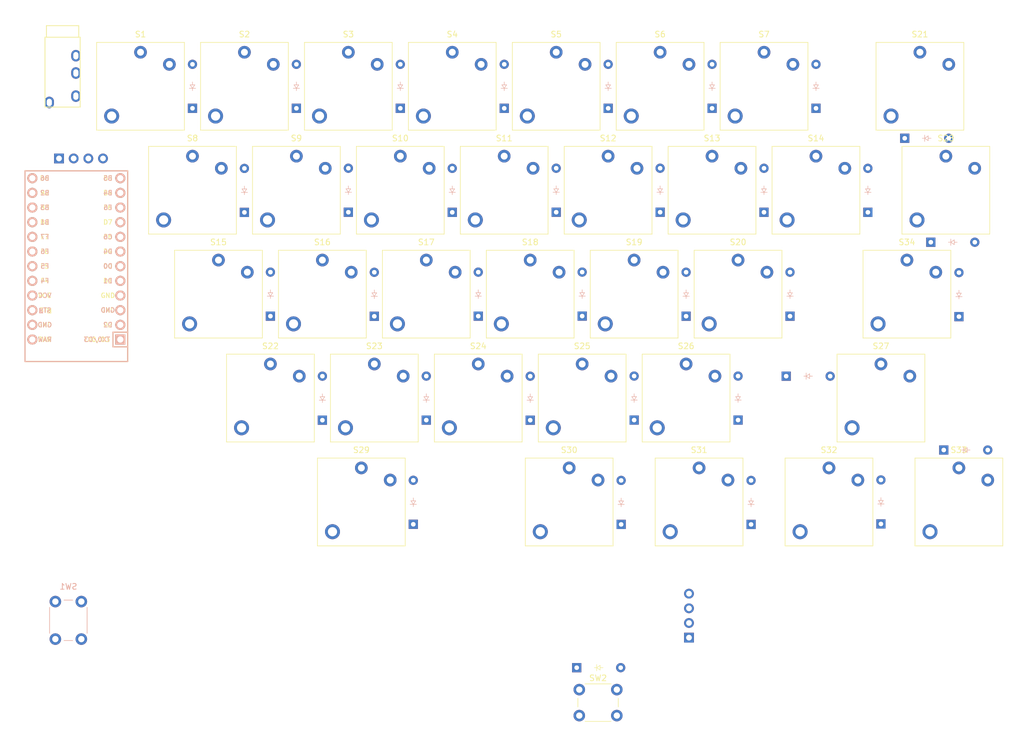
<source format=kicad_pcb>
(kicad_pcb (version 20241229) (generator "pcbnew") (generator_version "9.0")
  (layers (0 "F.Cu" signal) (2 "B.Cu" signal) (13 "F.Paste" user) (15 "B.Paste" user) (5 "F.SilkS" user "F.Silkscreen") (7 "B.SilkS" user "B.Silkscreen") (1 "F.Mask" user) (3 "B.Mask" user) (25 "Edge.Cuts" user))
  (net 0 "")
  (net 1 "Net-(D1-A)")
  (net 2 "Row 0")
  (net 3 "Net-(D2-A)")
  (net 4 "Net-(D3-A)")
  (net 5 "Net-(D4-A)")
  (net 6 "Net-(D5-A)")
  (net 7 "Net-(D6-A)")
  (net 8 "Net-(D7-A)")
  (net 9 "Row 1")
  (net 10 "Net-(D8-A)")
  (net 11 "Net-(D9-A)")
  (net 12 "Net-(D10-A)")
  (net 13 "Net-(D11-A)")
  (net 14 "Net-(D12-A)")
  (net 15 "Net-(D13-A)")
  (net 16 "Net-(D14-A)")
  (net 17 "Row 2")
  (net 18 "Net-(D15-A)")
  (net 19 "Net-(D16-A)")
  (net 20 "Net-(D17-A)")
  (net 21 "Net-(D18-A)")
  (net 22 "Net-(D19-A)")
  (net 23 "Net-(D20-A)")
  (net 24 "Net-(D21-A)")
  (net 25 "Net-(D22-A)")
  (net 26 "Row 3")
  (net 27 "Net-(D23-A)")
  (net 28 "Net-(D24-A)")
  (net 29 "Net-(D25-A)")
  (net 30 "Net-(D26-A)")
  (net 31 "Net-(D27-A)")
  (net 32 "Net-(D28-A)")
  (net 33 "Row 4")
  (net 34 "Net-(D29-A)")
  (net 35 "Net-(D30-A)")
  (net 36 "Net-(D31-A)")
  (net 37 "Net-(D32-A)")
  (net 38 "Net-(D33-A)")
  (net 39 "Net-(D34-A)")
  (net 40 "Column 0")
  (net 41 "Column 1")
  (net 42 "Column 2")
  (net 43 "Column 3")
  (net 44 "Column 4")
  (net 45 "Column 5")
  (net 46 "Column 6")
  (net 47 "Net-(J1-VCC)")
  (net 51 "Net-(J1-SCL)")
  (net 52 "Net-(J1-SDA)")
  (net 54 "Net-(J1-GND)")
  (net 55 "Net-(D35-A)")
  (net 57 "Net-(U1-RST)")
  (net 59 "Net-(SW1-Pad1)")
  (footprint "ScottoKeebs_Components:TRRS_PJ-320A" (layer "F.Cu") (at 55.6 32.9)
    (property "Reference" "U2")
    (property "Value" "TRRS")
    (pad "" np_thru_hole circle (at 0 1.6) (size 0.8 0.8) (drill 0.8) (layers "*.Cu" "*.Mask"))
    (pad "" np_thru_hole circle (at 0 8.6) (size 0.8 0.8) (drill 0.8) (layers "*.Cu" "*.Mask"))
    (pad "1" thru_hole oval (at -2.3 11.3) (size 1.6 2) (drill oval 0.9 1.3) (layers "*.Cu" "*.Mask") (net 47 "Net-(J1-VCC)"))
    (pad "2" thru_hole oval (at 2.3 10.2) (size 1.6 2) (drill oval 0.9 1.3) (layers "*.Cu" "*.Mask") (net 52 "Net-(J1-SDA)"))
    (pad "3" thru_hole oval (at 2.3 6.2) (size 1.6 2) (drill oval 0.9 1.3) (layers "*.Cu" "*.Mask") (net 51 "Net-(J1-SCL)"))
    (pad "4" thru_hole oval (at 2.3 3.2) (size 1.6 2) (drill oval 0.9 1.3) (layers "*.Cu" "*.Mask") (net 54 "Net-(J1-GND)"))
  )
  (footprint "ScottoKeebs_Choc:Choc_V1V2_1.00u" (layer "F.Cu") (at 132.092678 59.4)
    (property "Reference" "S11" (at 0 -9 0) (layer "F.SilkS"))
    (property "Value" "Keyswitch")
    (pad "" np_thru_hole circle (at -5.5 0) (size 1.9 1.9) (drill 1.9) (layers "*.Cu" "*.Mask"))
    (pad "" thru_hole circle (at -5 5.15) (size 2.6 2.6) (drill 1.6) (layers "*.Cu" "*.Mask"))
    (pad "" np_thru_hole circle (at 0 0) (size 5.05 5.05) (drill 5.05) (layers "*.Cu" "*.Mask"))
    (pad "" np_thru_hole circle (at 5.5 0) (size 1.9 1.9) (drill 1.9) (layers "*.Cu" "*.Mask"))
    (pad "1" thru_hole circle (at 0 -5.9) (size 2.2 2.2) (drill 1.2) (layers "*.Cu" "*.Mask") (net 43 "Column 3"))
    (pad "2" thru_hole circle (at 5 -3.8) (size 2.2 2.2) (drill 1.2) (layers "*.Cu" "*.Mask") (net 13 "Net-(D11-A)"))
  )
  (footprint "ScottoKeebs_Choc:Choc_V1V2_1.00u" (layer "F.Cu") (at 163.6 95.4)
    (property "Reference" "S26" (at 0 -9 0) (layer "F.SilkS"))
    (property "Value" "Keyswitch")
    (pad "" np_thru_hole circle (at -5.5 0) (size 1.9 1.9) (drill 1.9) (layers "*.Cu" "*.Mask"))
    (pad "" thru_hole circle (at -5 5.15) (size 2.6 2.6) (drill 1.6) (layers "*.Cu" "*.Mask"))
    (pad "" np_thru_hole circle (at 0 0) (size 5.05 5.05) (drill 5.05) (layers "*.Cu" "*.Mask"))
    (pad "" np_thru_hole circle (at 5.5 0) (size 1.9 1.9) (drill 1.9) (layers "*.Cu" "*.Mask"))
    (pad "1" thru_hole circle (at 0 -5.9) (size 2.2 2.2) (drill 1.2) (layers "*.Cu" "*.Mask") (net 44 "Column 4"))
    (pad "2" thru_hole circle (at 5 -3.8) (size 2.2 2.2) (drill 1.2) (layers "*.Cu" "*.Mask") (net 30 "Net-(D26-A)"))
  )
  (footprint "ScottoKeebs_Choc:Choc_V1V2_1.00u" (layer "F.Cu") (at 168.092678 59.4)
    (property "Reference" "S13" (at 0 -9 0) (layer "F.SilkS"))
    (property "Value" "Keyswitch")
    (pad "" np_thru_hole circle (at -5.5 0) (size 1.9 1.9) (drill 1.9) (layers "*.Cu" "*.Mask"))
    (pad "" thru_hole circle (at -5 5.15) (size 2.6 2.6) (drill 1.6) (layers "*.Cu" "*.Mask"))
    (pad "" np_thru_hole circle (at 0 0) (size 5.05 5.05) (drill 5.05) (layers "*.Cu" "*.Mask"))
    (pad "" np_thru_hole circle (at 5.5 0) (size 1.9 1.9) (drill 1.9) (layers "*.Cu" "*.Mask"))
    (pad "1" thru_hole circle (at 0 -5.9) (size 2.2 2.2) (drill 1.2) (layers "*.Cu" "*.Mask") (net 45 "Column 5"))
    (pad "2" thru_hole circle (at 5 -3.8) (size 2.2 2.2) (drill 1.2) (layers "*.Cu" "*.Mask") (net 15 "Net-(D13-A)"))
  )
  (footprint "ScottoKeebs_Components:OLED_128x32" (layer "F.Cu") (at 162.5 127.1)
    (property "Reference" "J2" (hide yes))
    (property "Value" "OLED_128x32")
    (pad "1" thru_hole rect (at 1.6 9.8 180) (size 1.7 1.7) (drill 1) (layers "*.Cu" "*.Mask"))
    (pad "2" thru_hole oval (at 1.6 7.26 180) (size 1.7 1.7) (drill 1) (layers "*.Cu" "*.Mask"))
    (pad "3" thru_hole oval (at 1.6 4.72 180) (size 1.7 1.7) (drill 1) (layers "*.Cu" "*.Mask"))
    (pad "4" thru_hole oval (at 1.6 2.18 180) (size 1.7 1.7) (drill 1) (layers "*.Cu" "*.Mask"))
  )
  (footprint "ScottoKeebs_Choc:Choc_V1V2_1.25u" (layer "F.Cu") (at 201.85 77.4)
    (property "Reference" "S34" (at 0 -9 0) (layer "F.SilkS"))
    (property "Value" "Keyswitch")
    (pad "" np_thru_hole circle (at -5.5 0) (size 1.9 1.9) (drill 1.9) (layers "*.Cu" "*.Mask"))
    (pad "" thru_hole circle (at -5 5.15) (size 2.6 2.6) (drill 1.6) (layers "*.Cu" "*.Mask"))
    (pad "" np_thru_hole circle (at 0 0) (size 5.05 5.05) (drill 5.05) (layers "*.Cu" "*.Mask"))
    (pad "" np_thru_hole circle (at 5.5 0) (size 1.9 1.9) (drill 1.9) (layers "*.Cu" "*.Mask"))
    (pad "1" thru_hole circle (at 0 -5.9) (size 2.2 2.2) (drill 1.2) (layers "*.Cu" "*.Mask") (net 45 "Column 5"))
    (pad "2" thru_hole circle (at 5 -3.8) (size 2.2 2.2) (drill 1.2) (layers "*.Cu" "*.Mask") (net 39 "Net-(D34-A)"))
  )
  (footprint "ScottoKeebs_Choc:Choc_V1V2_1.00u" (layer "F.Cu") (at 105.1 41.4)
    (property "Reference" "S3" (at 0 -9 0) (layer "F.SilkS"))
    (property "Value" "Keyswitch")
    (pad "" np_thru_hole circle (at -5.5 0) (size 1.9 1.9) (drill 1.9) (layers "*.Cu" "*.Mask"))
    (pad "" thru_hole circle (at -5 5.15) (size 2.6 2.6) (drill 1.6) (layers "*.Cu" "*.Mask"))
    (pad "" np_thru_hole circle (at 0 0) (size 5.05 5.05) (drill 5.05) (layers "*.Cu" "*.Mask"))
    (pad "" np_thru_hole circle (at 5.5 0) (size 1.9 1.9) (drill 1.9) (layers "*.Cu" "*.Mask"))
    (pad "1" thru_hole circle (at 0 -5.9) (size 2.2 2.2) (drill 1.2) (layers "*.Cu" "*.Mask") (net 42 "Column 2"))
    (pad "2" thru_hole circle (at 5 -3.8) (size 2.2 2.2) (drill 1.2) (layers "*.Cu" "*.Mask") (net 4 "Net-(D3-A)"))
  )
  (footprint "ScottoKeebs_Choc:Choc_V1V2_1.25u" (layer "F.Cu") (at 188.35 113.4)
    (property "Reference" "S32" (at 0 -9 0) (layer "F.SilkS"))
    (property "Value" "Keyswitch")
    (pad "" np_thru_hole circle (at -5.5 0) (size 1.9 1.9) (drill 1.9) (layers "*.Cu" "*.Mask"))
    (pad "" thru_hole circle (at -5 5.15) (size 2.6 2.6) (drill 1.6) (layers "*.Cu" "*.Mask"))
    (pad "" np_thru_hole circle (at 0 0) (size 5.05 5.05) (drill 5.05) (layers "*.Cu" "*.Mask"))
    (pad "" np_thru_hole circle (at 5.5 0) (size 1.9 1.9) (drill 1.9) (layers "*.Cu" "*.Mask"))
    (pad "1" thru_hole circle (at 0 -5.9) (size 2.2 2.2) (drill 1.2) (layers "*.Cu" "*.Mask") (net 43 "Column 3"))
    (pad "2" thru_hole circle (at 5 -3.8) (size 2.2 2.2) (drill 1.2) (layers "*.Cu" "*.Mask") (net 37 "Net-(D32-A)"))
  )
  (footprint "ScottoKeebs_Choc:Choc_V1V2_1.00u" (layer "F.Cu") (at 136.6 77.4)
    (property "Reference" "S18" (at 0 -9 0) (layer "F.SilkS"))
    (property "Value" "Keyswitch")
    (pad "" np_thru_hole circle (at -5.5 0) (size 1.9 1.9) (drill 1.9) (layers "*.Cu" "*.Mask"))
    (pad "" thru_hole circle (at -5 5.15) (size 2.6 2.6) (drill 1.6) (layers "*.Cu" "*.Mask"))
    (pad "" np_thru_hole circle (at 0 0) (size 5.05 5.05) (drill 5.05) (layers "*.Cu" "*.Mask"))
    (pad "" np_thru_hole circle (at 5.5 0) (size 1.9 1.9) (drill 1.9) (layers "*.Cu" "*.Mask"))
    (pad "1" thru_hole circle (at 0 -5.9) (size 2.2 2.2) (drill 1.2) (layers "*.Cu" "*.Mask") (net 43 "Column 3"))
    (pad "2" thru_hole circle (at 5 -3.8) (size 2.2 2.2) (drill 1.2) (layers "*.Cu" "*.Mask") (net 21 "Net-(D18-A)"))
  )
  (footprint "ScottoKeebs_Choc:Choc_V1V2_1.00u" (layer "F.Cu") (at 91.6 95.4)
    (property "Reference" "S22" (at 0 -9 0) (layer "F.SilkS"))
    (property "Value" "Keyswitch")
    (pad "" np_thru_hole circle (at -5.5 0) (size 1.9 1.9) (drill 1.9) (layers "*.Cu" "*.Mask"))
    (pad "" thru_hole circle (at -5 5.15) (size 2.6 2.6) (drill 1.6) (layers "*.Cu" "*.Mask"))
    (pad "" np_thru_hole circle (at 0 0) (size 5.05 5.05) (drill 5.05) (layers "*.Cu" "*.Mask"))
    (pad "" np_thru_hole circle (at 5.5 0) (size 1.9 1.9) (drill 1.9) (layers "*.Cu" "*.Mask"))
    (pad "1" thru_hole circle (at 0 -5.9) (size 2.2 2.2) (drill 1.2) (layers "*.Cu" "*.Mask") (net 40 "Column 0"))
    (pad "2" thru_hole circle (at 5 -3.8) (size 2.2 2.2) (drill 1.2) (layers "*.Cu" "*.Mask") (net 25 "Net-(D22-A)"))
  )
  (footprint "ScottoKeebs_Choc:Choc_V1V2_1.50u" (layer "F.Cu") (at 208.592678 59.4)
    (property "Reference" "S28" (at 0 -9 0) (layer "F.SilkS"))
    (property "Value" "Keyswitch")
    (pad "" np_thru_hole circle (at -5.5 0) (size 1.9 1.9) (drill 1.9) (layers "*.Cu" "*.Mask"))
    (pad "" thru_hole circle (at -5 5.15) (size 2.6 2.6) (drill 1.6) (layers "*.Cu" "*.Mask"))
    (pad "" np_thru_hole circle (at 0 0) (size 5.05 5.05) (drill 5.05) (layers "*.Cu" "*.Mask"))
    (pad "" np_thru_hole circle (at 5.5 0) (size 1.9 1.9) (drill 1.9) (layers "*.Cu" "*.Mask"))
    (pad "1" thru_hole circle (at 0 -5.9) (size 2.2 2.2) (drill 1.2) (layers "*.Cu" "*.Mask") (net 46 "Column 6"))
    (pad "2" thru_hole circle (at 5 -3.8) (size 2.2 2.2) (drill 1.2) (layers "*.Cu" "*.Mask") (net 32 "Net-(D28-A)"))
  )
  (footprint "ScottoKeebs_Choc:Choc_V1V2_1.00u" (layer "F.Cu") (at 141.1 41.4)
    (property "Reference" "S5" (at 0 -9 0) (layer "F.SilkS"))
    (property "Value" "Keyswitch")
    (pad "" np_thru_hole circle (at -5.5 0) (size 1.9 1.9) (drill 1.9) (layers "*.Cu" "*.Mask"))
    (pad "" thru_hole circle (at -5 5.15) (size 2.6 2.6) (drill 1.6) (layers "*.Cu" "*.Mask"))
    (pad "" np_thru_hole circle (at 0 0) (size 5.05 5.05) (drill 5.05) (layers "*.Cu" "*.Mask"))
    (pad "" np_thru_hole circle (at 5.5 0) (size 1.9 1.9) (drill 1.9) (layers "*.Cu" "*.Mask"))
    (pad "1" thru_hole circle (at 0 -5.9) (size 2.2 2.2) (drill 1.2) (layers "*.Cu" "*.Mask") (net 44 "Column 4"))
    (pad "2" thru_hole circle (at 5 -3.8) (size 2.2 2.2) (drill 1.2) (layers "*.Cu" "*.Mask") (net 6 "Net-(D5-A)"))
  )
  (footprint "ScottoKeebs_Choc:Choc_V1V2_1.00u" (layer "F.Cu") (at 87.1 41.4)
    (property "Reference" "S2" (at 0 -9 0) (layer "F.SilkS"))
    (property "Value" "Keyswitch")
    (pad "" np_thru_hole circle (at -5.5 0) (size 1.9 1.9) (drill 1.9) (layers "*.Cu" "*.Mask"))
    (pad "" thru_hole circle (at -5 5.15) (size 2.6 2.6) (drill 1.6) (layers "*.Cu" "*.Mask"))
    (pad "" np_thru_hole circle (at 0 0) (size 5.05 5.05) (drill 5.05) (layers "*.Cu" "*.Mask"))
    (pad "" np_thru_hole circle (at 5.5 0) (size 1.9 1.9) (drill 1.9) (layers "*.Cu" "*.Mask"))
    (pad "1" thru_hole circle (at 0 -5.9) (size 2.2 2.2) (drill 1.2) (layers "*.Cu" "*.Mask") (net 41 "Column 1"))
    (pad "2" thru_hole circle (at 5 -3.8) (size 2.2 2.2) (drill 1.2) (layers "*.Cu" "*.Mask") (net 3 "Net-(D2-A)"))
  )
  (footprint "ScottoKeebs_Choc:Choc_V1V2_1.00u" (layer "F.Cu") (at 159.1 41.4)
    (property "Reference" "S6" (at 0 -9 0) (layer "F.SilkS"))
    (property "Value" "Keyswitch")
    (pad "" np_thru_hole circle (at -5.5 0) (size 1.9 1.9) (drill 1.9) (layers "*.Cu" "*.Mask"))
    (pad "" thru_hole circle (at -5 5.15) (size 2.6 2.6) (drill 1.6) (layers "*.Cu" "*.Mask"))
    (pad "" np_thru_hole circle (at 0 0) (size 5.05 5.05) (drill 5.05) (layers "*.Cu" "*.Mask"))
    (pad "" np_thru_hole circle (at 5.5 0) (size 1.9 1.9) (drill 1.9) (layers "*.Cu" "*.Mask"))
    (pad "1" thru_hole circle (at 0 -5.9) (size 2.2 2.2) (drill 1.2) (layers "*.Cu" "*.Mask") (net 45 "Column 5"))
    (pad "2" thru_hole circle (at 5 -3.8) (size 2.2 2.2) (drill 1.2) (layers "*.Cu" "*.Mask") (net 7 "Net-(D6-A)"))
  )
  (footprint "ScottoKeebs_Choc:Choc_V1V2_1.00u" (layer "F.Cu") (at 109.6 95.4)
    (property "Reference" "S23" (at 0 -9 0) (layer "F.SilkS"))
    (property "Value" "Keyswitch")
    (pad "" np_thru_hole circle (at -5.5 0) (size 1.9 1.9) (drill 1.9) (layers "*.Cu" "*.Mask"))
    (pad "" thru_hole circle (at -5 5.15) (size 2.6 2.6) (drill 1.6) (layers "*.Cu" "*.Mask"))
    (pad "" np_thru_hole circle (at 0 0) (size 5.05 5.05) (drill 5.05) (layers "*.Cu" "*.Mask"))
    (pad "" np_thru_hole circle (at 5.5 0) (size 1.9 1.9) (drill 1.9) (layers "*.Cu" "*.Mask"))
    (pad "1" thru_hole circle (at 0 -5.9) (size 2.2 2.2) (drill 1.2) (layers "*.Cu" "*.Mask") (net 41 "Column 1"))
    (pad "2" thru_hole circle (at 5 -3.8) (size 2.2 2.2) (drill 1.2) (layers "*.Cu" "*.Mask") (net 27 "Net-(D23-A)"))
  )
  (footprint "ScottoKeebs_Choc:Choc_V1V2_1.00u" (layer "F.Cu") (at 118.6 77.4)
    (property "Reference" "S17" (at 0 -9 0) (layer "F.SilkS"))
    (property "Value" "Keyswitch")
    (pad "" np_thru_hole circle (at -5.5 0) (size 1.9 1.9) (drill 1.9) (layers "*.Cu" "*.Mask"))
    (pad "" thru_hole circle (at -5 5.15) (size 2.6 2.6) (drill 1.6) (layers "*.Cu" "*.Mask"))
    (pad "" np_thru_hole circle (at 0 0) (size 5.05 5.05) (drill 5.05) (layers "*.Cu" "*.Mask"))
    (pad "" np_thru_hole circle (at 5.5 0) (size 1.9 1.9) (drill 1.9) (layers "*.Cu" "*.Mask"))
    (pad "1" thru_hole circle (at 0 -5.9) (size 2.2 2.2) (drill 1.2) (layers "*.Cu" "*.Mask") (net 42 "Column 2"))
    (pad "2" thru_hole circle (at 5 -3.8) (size 2.2 2.2) (drill 1.2) (layers "*.Cu" "*.Mask") (net 20 "Net-(D17-A)"))
  )
  (footprint "ScottoKeebs_Choc:Choc_V1V2_1.00u" (layer "F.Cu") (at 82.6 77.4)
    (property "Reference" "S15" (at 0 -9 0) (layer "F.SilkS"))
    (property "Value" "Keyswitch")
    (pad "" np_thru_hole circle (at -5.5 0) (size 1.9 1.9) (drill 1.9) (layers "*.Cu" "*.Mask"))
    (pad "" thru_hole circle (at -5 5.15) (size 2.6 2.6) (drill 1.6) (layers "*.Cu" "*.Mask"))
    (pad "" np_thru_hole circle (at 0 0) (size 5.05 5.05) (drill 5.05) (layers "*.Cu" "*.Mask"))
    (pad "" np_thru_hole circle (at 5.5 0) (size 1.9 1.9) (drill 1.9) (layers "*.Cu" "*.Mask"))
    (pad "1" thru_hole circle (at 0 -5.9) (size 2.2 2.2) (drill 1.2) (layers "*.Cu" "*.Mask") (net 40 "Column 0"))
    (pad "2" thru_hole circle (at 5 -3.8) (size 2.2 2.2) (drill 1.2) (layers "*.Cu" "*.Mask") (net 18 "Net-(D15-A)"))
  )
  (footprint "ScottoKeebs_MCU:Arduino_Pro_Micro" (layer "F.Cu") (at 57.98 71.29 180)
    (property "Reference" "U1" (hide yes))
    (property "Value" "Arduino_Pro_Micro" (hide yes))
    (fp_text user "F4" (at 5.461 -3.81 0) (layer "F.SilkS") (effects (font (size 0.8 0.8))))
    (fp_text user "D0" (at -5.461 -1.27 0) (layer "F.SilkS") (effects (font (size 0.8 0.8))))
    (fp_text user "B2" (at 5.461 11.43 0) (layer "F.SilkS") (effects (font (size 0.8 0.8))))
    (fp_text user "D4" (at -5.461 1.27 0) (layer "F.SilkS") (effects (font (size 0.8 0.8))))
    (fp_text user "F5" (at 5.461 -1.27 0) (layer "F.SilkS") (effects (font (size 0.8 0.8))))
    (fp_text user "B5" (at -5.461 13.97 0) (layer "F.SilkS") (effects (font (size 0.8 0.8))))
    (fp_text user "RAW" (at 5.461 -13.97 0) (layer "F.SilkS") (effects (font (size 0.8 0.8))))
    (fp_text user "GND" (at -5.461 -6.35 0) (layer "F.SilkS") (effects (font (size 0.8 0.8))))
    (fp_text user "F7" (at 5.461 3.81 0) (layer "F.SilkS") (effects (font (size 0.8 0.8))))
    (fp_text user "GND" (at 5.461 -11.43 0) (layer "F.SilkS") (effects (font (size 0.8 0.8))))
    (fp_text user "D1" (at -5.461 -3.81 0) (layer "F.SilkS") (effects (font (size 0.8 0.8))))
    (fp_text user "D7" (at -5.461 6.35 0) (layer "F.SilkS") (effects (font (size 0.8 0.8))))
    (fp_text user "TX0/D3" (at -3.571872 -13.97 0) (layer "F.SilkS") (effects (font (size 0.8 0.8))))
    (fp_text user "B1" (at 5.461 6.35 0) (layer "F.SilkS") (effects (font (size 0.8 0.8))))
    (fp_text user "ST" (at 5.73312 -8.92 0) (layer "F.SilkS") (effects (font (size 0.8 0.8))))
    (fp_text user "B6" (at 5.5 13.97 0) (layer "F.SilkS") (effects (font (size 0.8 0.8))))
    (fp_text user "D2" (at -5.461 -11.43 0) (layer "F.SilkS") (effects (font (size 0.8 0.8))))
    (fp_text user "F6" (at 5.461 1.27 0) (layer "F.SilkS") (effects (font (size 0.8 0.8))))
    (fp_text user "B4" (at -5.461 11.43 0) (layer "F.SilkS") (effects (font (size 0.8 0.8))))
    (fp_text user "GND" (at -5.461 -8.89 0) (layer "F.SilkS") (effects (font (size 0.8 0.8))))
    (fp_text user "E6" (at -5.461 8.89 0) (layer "F.SilkS") (effects (font (size 0.8 0.8))))
    (fp_text user "B3" (at 5.461 8.89 0) (layer "F.SilkS") (effects (font (size 0.8 0.8))))
    (fp_text user "C6" (at -5.461 3.81 0) (layer "F.SilkS") (effects (font (size 0.8 0.8))))
    (fp_text user "VCC" (at 5.461 -6.35 0) (layer "F.SilkS") (effects (font (size 0.8 0.8))))
    (fp_text user "B3" (at 5.461 8.89 0) (layer "B.SilkS") (effects (font (size 0.8 0.8)) (justify mirror)))
    (fp_text user "B4" (at -5.461 11.43 0) (layer "B.SilkS") (effects (font (size 0.8 0.8)) (justify mirror)))
    (fp_text user "GND" (at 5.461 -11.43 0) (layer "B.SilkS") (effects (font (size 0.8 0.8)) (justify mirror)))
    (fp_text user "F6" (at 5.461 1.27 0) (layer "B.SilkS") (effects (font (size 0.8 0.8)) (justify mirror)))
    (fp_text user "D0" (at -5.461 -1.27 0) (layer "B.SilkS") (effects (font (size 0.8 0.8)) (justify mirror)))
    (fp_text user "B6" (at 5.461 13.97 0) (layer "B.SilkS") (effects (font (size 0.8 0.8)) (justify mirror)))
    (fp_text user "B5" (at -5.461 13.97 0) (layer "B.SilkS") (effects (font (size 0.8 0.8)) (justify mirror)))
    (fp_text user "C6" (at -5.461 3.81 0) (layer "B.SilkS") (effects (font (size 0.8 0.8)) (justify mirror)))
    (fp_text user "D4" (at -5.461 1.27 0) (layer "B.SilkS") (effects (font (size 0.8 0.8)) (justify mirror)))
    (fp_text user "ST" (at 5.04 -8.91 0) (layer "B.SilkS") (effects (font (size 0.8 0.8)) (justify mirror)))
    (fp_text user "F4" (at 5.461 -3.81 0) (layer "B.SilkS") (effects (font (size 0.8 0.8)) (justify mirror)))
    (fp_text user "RAW" (at 5.461 -13.97 0) (layer "B.SilkS") (effects (font (size 0.8 0.8)) (justify mirror)))
    (fp_text user "D1" (at -5.461 -3.81 0) (layer "B.SilkS") (effects (font (size 0.8 0.8)) (justify mirror)))
    (fp_text user "B1" (at 5.461 6.35 0) (layer "B.SilkS") (effects (font (size 0.8 0.8)) (justify mirror)))
    (fp_text user "TX0/D3" (at -3.571872 -13.97 0) (layer "B.SilkS") (effects (font (size 0.8 0.8)) (justify mirror)))
    (fp_text user "VCC" (at 5.461 -6.35 0) (layer "B.SilkS") (effects (font (size 0.8 0.8)) (justify mirror)))
    (fp_text user "B2" (at 5.461 11.43 0) (layer "B.SilkS") (effects (font (size 0.8 0.8)) (justify mirror)))
    (fp_text user "GND" (at -5.461 -8.89 0) (layer "B.SilkS") (effects (font (size 0.8 0.8)) (justify mirror)))
    (fp_text user "F7" (at 5.461 3.81 0) (layer "B.SilkS") (effects (font (size 0.8 0.8)) (justify mirror)))
    (fp_text user "E6" (at -5.461 8.89 0) (layer "B.SilkS") (effects (font (size 0.8 0.8)) (justify mirror)))
    (fp_text user "D2" (at -5.461 -11.43 0) (layer "B.SilkS") (effects (font (size 0.8 0.8)) (justify mirror)))
    (fp_text user "F5" (at 5.461 -1.27 0) (layer "B.SilkS") (effects (font (size 0.8 0.8)) (justify mirror)))
    (pad "1" thru_hole rect (at -7.62 -13.97 90) (size 1.7526 1.7526) (drill 1.0922) (layers "*.Cu" "*.SilkS" "*.Mask") (net 51 "Net-(J1-SCL)"))
    (pad "2" thru_hole circle (at -7.62 -11.43 90) (size 1.7526 1.7526) (drill 1.0922) (layers "*.Cu" "*.SilkS" "*.Mask") (net 52 "Net-(J1-SDA)"))
    (pad "3" thru_hole circle (at -7.62 -8.89 90) (size 1.7526 1.7526) (drill 1.0922) (layers "*.Cu" "*.SilkS" "*.Mask") (net 59 "Net-(SW1-Pad1)"))
    (pad "4" thru_hole circle (at -7.62 -6.35 90) (size 1.7526 1.7526) (drill 1.0922) (layers "*.Cu" "*.SilkS" "*.Mask"))
    (pad "5" thru_hole circle (at -7.62 -3.81 90) (size 1.7526 1.7526) (drill 1.0922) (layers "*.Cu" "*.SilkS" "*.Mask") (net 2 "Row 0"))
    (pad "6" thru_hole circle (at -7.62 -1.27 90) (size 1.7526 1.7526) (drill 1.0922) (layers "*.Cu" "*.SilkS" "*.Mask") (net 9 "Row 1"))
    (pad "7" thru_hole circle (at -7.62 1.27 90) (size 1.7526 1.7526) (drill 1.0922) (layers "*.Cu" "*.SilkS" "*.Mask") (net 17 "Row 2"))
    (pad "8" thru_hole circle (at -7.62 3.81 90) (size 1.7526 1.7526) (drill 1.0922) (layers "*.Cu" "*.SilkS" "*.Mask") (net 26 "Row 3"))
    (pad "9" thru_hole circle (at -7.62 6.35 90) (size 1.7526 1.7526) (drill 1.0922) (layers "*.Cu" "*.SilkS" "*.Mask") (net 33 "Row 4"))
    (pad "10" thru_hole circle (at -7.62 8.89 90) (size 1.7526 1.7526) (drill 1.0922) (layers "*.Cu" "*.SilkS" "*.Mask") (net 40 "Column 0"))
    (pad "11" thru_hole circle (at -7.62 11.43 90) (size 1.7526 1.7526) (drill 1.0922) (layers "*.Cu" "*.SilkS" "*.Mask") (net 41 "Column 1"))
    (pad "12" thru_hole circle (at -7.62 13.97 90) (size 1.7526 1.7526) (drill 1.0922) (layers "*.Cu" "*.SilkS" "*.Mask") (net 42 "Column 2"))
    (pad "13" thru_hole circle (at 7.62 13.97 90) (size 1.7526 1.7526) (drill 1.0922) (layers "*.Cu" "*.SilkS" "*.Mask") (net 43 "Column 3"))
    (pad "14" thru_hole circle (at 7.62 11.43 90) (size 1.7526 1.7526) (drill 1.0922) (layers "*.Cu" "*.SilkS" "*.Mask") (net 44 "Column 4"))
    (pad "15" thru_hole circle (at 7.62 8.89 90) (size 1.7526 1.7526) (drill 1.0922) (layers "*.Cu" "*.SilkS" "*.Mask") (net 45 "Column 5"))
    (pad "16" thru_hole circle (at 7.62 6.35 90) (size 1.7526 1.7526) (drill 1.0922) (layers "*.Cu" "*.SilkS" "*.Mask") (net 46 "Column 6"))
    (pad "17" thru_hole circle (at 7.62 3.81 90) (size 1.7526 1.7526) (drill 1.0922) (layers "*.Cu" "*.SilkS" "*.Mask"))
    (pad "18" thru_hole circle (at 7.62 1.27 90) (size 1.7526 1.7526) (drill 1.0922) (layers "*.Cu" "*.SilkS" "*.Mask"))
    (pad "19" thru_hole circle (at 7.62 -1.27 90) (size 1.7526 1.7526) (drill 1.0922) (layers "*.Cu" "*.SilkS" "*.Mask"))
    (pad "20" thru_hole circle (at 7.62 -3.81 90) (size 1.7526 1.7526) (drill 1.0922) (layers "*.Cu" "*.SilkS" "*.Mask"))
    (pad "21" thru_hole circle (at 7.62 -6.35 90) (size 1.7526 1.7526) (drill 1.0922) (layers "*.Cu" "*.SilkS" "*.Mask") (net 47 "Net-(J1-VCC)"))
    (pad "22" thru_hole circle (at 7.62 -8.89 90) (size 1.7526 1.7526) (drill 1.0922) (layers "*.Cu" "*.SilkS" "*.Mask") (net 57 "Net-(U1-RST)"))
    (pad "23" thru_hole circle (at 7.62 -11.43 90) (size 1.7526 1.7526) (drill 1.0922) (layers "*.Cu" "*.SilkS" "*.Mask") (net 54 "Net-(J1-GND)"))
    (pad "24" thru_hole circle (at 7.62 -13.97 90) (size 1.7526 1.7526) (drill 1.0922) (layers "*.Cu" "*.SilkS" "*.Mask"))
  )
  (footprint "ScottoKeebs_Choc:Choc_V1V2_1.00u" (layer "F.Cu") (at 172.6 77.4)
    (property "Reference" "S20" (at 0 -9 0) (layer "F.SilkS"))
    (property "Value" "Keyswitch")
    (pad "" np_thru_hole circle (at -5.5 0) (size 1.9 1.9) (drill 1.9) (layers "*.Cu" "*.Mask"))
    (pad "" thru_hole circle (at -5 5.15) (size 2.6 2.6) (drill 1.6) (layers "*.Cu" "*.Mask"))
    (pad "" np_thru_hole circle (at 0 0) (size 5.05 5.05) (drill 5.05) (layers "*.Cu" "*.Mask"))
    (pad "" np_thru_hole circle (at 5.5 0) (size 1.9 1.9) (drill 1.9) (layers "*.Cu" "*.Mask"))
    (pad "1" thru_hole circle (at 0 -5.9) (size 2.2 2.2) (drill 1.2) (layers "*.Cu" "*.Mask") (net 45 "Column 5"))
    (pad "2" thru_hole circle (at 5 -3.8) (size 2.2 2.2) (drill 1.2) (layers "*.Cu" "*.Mask") (net 23 "Net-(D20-A)"))
  )
  (footprint "ScottoKeebs_Choc:Choc_V1V2_1.00u" (layer "F.Cu") (at 69.1 41.4)
    (property "Reference" "S1" (at 0 -9 0) (layer "F.SilkS"))
    (property "Value" "Keyswitch")
    (pad "" np_thru_hole circle (at -5.5 0) (size 1.9 1.9) (drill 1.9) (layers "*.Cu" "*.Mask"))
    (pad "" thru_hole circle (at -5 5.15) (size 2.6 2.6) (drill 1.6) (layers "*.Cu" "*.Mask"))
    (pad "" np_thru_hole circle (at 0 0) (size 5.05 5.05) (drill 5.05) (layers "*.Cu" "*.Mask"))
    (pad "" np_thru_hole circle (at 5.5 0) (size 1.9 1.9) (drill 1.9) (layers "*.Cu" "*.Mask"))
    (pad "1" thru_hole circle (at 0 -5.9) (size 2.2 2.2) (drill 1.2) (layers "*.Cu" "*.Mask") (net 40 "Column 0"))
    (pad "2" thru_hole circle (at 5 -3.8) (size 2.2 2.2) (drill 1.2) (layers "*.Cu" "*.Mask") (net 1 "Net-(D1-A)"))
  )
  (footprint "ScottoKeebs_Choc:Choc_V1V2_1.00u" (layer "F.Cu") (at 177.1 41.4)
    (property "Reference" "S7" (at 0 -9 0) (layer "F.SilkS"))
    (property "Value" "Keyswitch")
    (pad "" np_thru_hole circle (at -5.5 0) (size 1.9 1.9) (drill 1.9) (layers "*.Cu" "*.Mask"))
    (pad "" thru_hole circle (at -5 5.15) (size 2.6 2.6) (drill 1.6) (layers "*.Cu" "*.Mask"))
    (pad "" np_thru_hole circle (at 0 0) (size 5.05 5.05) (drill 5.05) (layers "*.Cu" "*.Mask"))
    (pad "" np_thru_hole circle (at 5.5 0) (size 1.9 1.9) (drill 1.9) (layers "*.Cu" "*.Mask"))
    (pad "1" thru_hole circle (at 0 -5.9) (size 2.2 2.2) (drill 1.2) (layers "*.Cu" "*.Mask") (net 46 "Column 6"))
    (pad "2" thru_hole circle (at 5 -3.8) (size 2.2 2.2) (drill 1.2) (layers "*.Cu" "*.Mask") (net 8 "Net-(D7-A)"))
  )
  (footprint "ScottoKeebs_Choc:Choc_V1V2_1.00u" (layer "F.Cu") (at 145.6 95.4)
    (property "Reference" "S25" (at 0 -9 0) (layer "F.SilkS"))
    (property "Value" "Keyswitch")
    (pad "" np_thru_hole circle (at -5.5 0) (size 1.9 1.9) (drill 1.9) (layers "*.Cu" "*.Mask"))
    (pad "" thru_hole circle (at -5 5.15) (size 2.6 2.6) (drill 1.6) (layers "*.Cu" "*.Mask"))
    (pad "" np_thru_hole circle (at 0 0) (size 5.05 5.05) (drill 5.05) (layers "*.Cu" "*.Mask"))
    (pad "" np_thru_hole circle (at 5.5 0) (size 1.9 1.9) (drill 1.9) (layers "*.Cu" "*.Mask"))
    (pad "1" thru_hole circle (at 0 -5.9) (size 2.2 2.2) (drill 1.2) (layers "*.Cu" "*.Mask") (net 43 "Column 3"))
    (pad "2" thru_hole circle (at 5 -3.8) (size 2.2 2.2) (drill 1.2) (layers "*.Cu" "*.Mask") (net 29 "Net-(D25-A)"))
  )
  (footprint "ScottoKeebs_Choc:Choc_V1V2_1.00u" (layer "F.Cu") (at 123.1 41.4)
    (property "Reference" "S4" (at 0 -9 0) (layer "F.SilkS"))
    (property "Value" "Keyswitch")
    (pad "" np_thru_hole circle (at -5.5 0) (size 1.9 1.9) (drill 1.9) (layers "*.Cu" "*.Mask"))
    (pad "" thru_hole circle (at -5 5.15) (size 2.6 2.6) (drill 1.6) (layers "*.Cu" "*.Mask"))
    (pad "" np_thru_hole circle (at 0 0) (size 5.05 5.05) (drill 5.05) (layers "*.Cu" "*.Mask"))
    (pad "" np_thru_hole circle (at 5.5 0) (size 1.9 1.9) (drill 1.9) (layers "*.Cu" "*.Mask"))
    (pad "1" thru_hole circle (at 0 -5.9) (size 2.2 2.2) (drill 1.2) (layers "*.Cu" "*.Mask") (net 43 "Column 3"))
    (pad "2" thru_hole circle (at 5 -3.8) (size 2.2 2.2) (drill 1.2) (layers "*.Cu" "*.Mask") (net 5 "Net-(D4-A)"))
  )
  (footprint "ScottoKeebs_Choc:Choc_V1V2_2.75u" (layer "F.Cu") (at 197.35 95.4)
    (property "Reference" "S27" (at 0 -9 0) (layer "F.SilkS"))
    (property "Value" "Keyswitch")
    (pad "" np_thru_hole circle (at -5.5 0) (size 1.9 1.9) (drill 1.9) (layers "*.Cu" "*.Mask"))
    (pad "" thru_hole circle (at -5 5.15) (size 2.6 2.6) (drill 1.6) (layers "*.Cu" "*.Mask"))
    (pad "" np_thru_hole circle (at 0 0) (size 5.05 5.05) (drill 5.05) (layers "*.Cu" "*.Mask"))
    (pad "" np_thru_hole circle (at 5.5 0) (size 1.9 1.9) (drill 1.9) (layers "*.Cu" "*.Mask"))
    (pad "1" thru_hole circle (at 0 -5.9) (size 2.2 2.2) (drill 1.2) (layers "*.Cu" "*.Mask") (net 45 "Column 5"))
    (pad "2" thru_hole circle (at 5 -3.8) (size 2.2 2.2) (drill 1.2) (layers "*.Cu" "*.Mask") (net 31 "Net-(D27-A)"))
  )
  (footprint "ScottoKeebs_Choc:Choc_V1V2_1.25u" (layer "F.Cu") (at 165.85 113.4)
    (property "Reference" "S31" (at 0 -9 0) (layer "F.SilkS"))
    (property "Value" "Keyswitch")
    (pad "" np_thru_hole circle (at -5.5 0) (size 1.9 1.9) (drill 1.9) (layers "*.Cu" "*.Mask"))
    (pad "" thru_hole circle (at -5 5.15) (size 2.6 2.6) (drill 1.6) (layers "*.Cu" "*.Mask"))
    (pad "" np_thru_hole circle (at 0 0) (size 5.05 5.05) (drill 5.05) (layers "*.Cu" "*.Mask"))
    (pad "" np_thru_hole circle (at 5.5 0) (size 1.9 1.9) (drill 1.9) (layers "*.Cu" "*.Mask"))
    (pad "1" thru_hole circle (at 0 -5.9) (size 2.2 2.2) (drill 1.2) (layers "*.Cu" "*.Mask") (net 42 "Column 2"))
    (pad "2" thru_hole circle (at 5 -3.8) (size 2.2 2.2) (drill 1.2) (layers "*.Cu" "*.Mask") (net 36 "Net-(D31-A)"))
  )
  (footprint "ScottoKeebs_Choc:Choc_V1V2_1.00u" (layer "F.Cu") (at 114.1 59.4)
    (property "Reference" "S10" (at 0 -9 0) (layer "F.SilkS"))
    (property "Value" "Keyswitch")
    (pad "" np_thru_hole circle (at -5.5 0) (size 1.9 1.9) (drill 1.9) (layers "*.Cu" "*.Mask"))
    (pad "" thru_hole circle (at -5 5.15) (size 2.6 2.6) (drill 1.6) (layers "*.Cu" "*.Mask"))
    (pad "" np_thru_hole circle (at 0 0) (size 5.05 5.05) (drill 5.05) (layers "*.Cu" "*.Mask"))
    (pad "" np_thru_hole circle (at 5.5 0) (size 1.9 1.9) (drill 1.9) (layers "*.Cu" "*.Mask"))
    (pad "1" thru_hole circle (at 0 -5.9) (size 2.2 2.2) (drill 1.2) (layers "*.Cu" "*.Mask") (net 42 "Column 2"))
    (pad "2" thru_hole circle (at 5 -3.8) (size 2.2 2.2) (drill 1.2) (layers "*.Cu" "*.Mask") (net 12 "Net-(D10-A)"))
  )
  (footprint "Button_Switch_THT:SW_PUSH_6mm_H4.3mm" (layer "F.Cu") (at 145.1 145.9)
    (property "Reference" "SW2" (at 3.25 -2 0) (layer "F.SilkS"))
    (property "Value" "SW_Push")
    (pad "1" thru_hole circle (at 0 0 90) (size 2 2) (drill 1.1) (layers "*.Cu" "*.Mask") (net 46 "Column 6"))
    (pad "1" thru_hole circle (at 6.5 0 90) (size 2 2) (drill 1.1) (layers "*.Cu" "*.Mask") (net 46 "Column 6"))
    (pad "2" thru_hole circle (at 0 4.5 90) (size 2 2) (drill 1.1) (layers "*.Cu" "*.Mask") (net 55 "Net-(D35-A)"))
    (pad "2" thru_hole circle (at 6.5 4.5 90) (size 2 2) (drill 1.1) (layers "*.Cu" "*.Mask") (net 55 "Net-(D35-A)"))
  )
  (footprint "ScottoKeebs_Choc:Choc_V1V2_1.00u" (layer "F.Cu") (at 186.092678 59.4)
    (property "Reference" "S14" (at 0 -9 0) (layer "F.SilkS"))
    (property "Value" "Keyswitch")
    (pad "" np_thru_hole circle (at -5.5 0) (size 1.9 1.9) (drill 1.9) (layers "*.Cu" "*.Mask"))
    (pad "" thru_hole circle (at -5 5.15) (size 2.6 2.6) (drill 1.6) (layers "*.Cu" "*.Mask"))
    (pad "" np_thru_hole circle (at 0 0) (size 5.05 5.05) (drill 5.05) (layers "*.Cu" "*.Mask"))
    (pad "" np_thru_hole circle (at 5.5 0) (size 1.9 1.9) (drill 1.9) (layers "*.Cu" "*.Mask"))
    (pad "1" thru_hole circle (at 0 -5.9) (size 2.2 2.2) (drill 1.2) (layers "*.Cu" "*.Mask") (net 46 "Column 6"))
    (pad "2" thru_hole circle (at 5 -3.8) (size 2.2 2.2) (drill 1.2) (layers "*.Cu" "*.Mask") (net 16 "Net-(D14-A)"))
  )
  (footprint "ScottoKeebs_Choc:Choc_V1V2_2.00u" (layer "F.Cu") (at 204.1 41.4)
    (property "Reference" "S21" (at 0 -9 0) (layer "F.SilkS"))
    (property "Value" "Keyswitch")
    (pad "" np_thru_hole circle (at -5.5 0) (size 1.9 1.9) (drill 1.9) (layers "*.Cu" "*.Mask"))
    (pad "" thru_hole circle (at -5 5.15) (size 2.6 2.6) (drill 1.6) (layers "*.Cu" "*.Mask"))
    (pad "" np_thru_hole circle (at 0 0) (size 5.05 5.05) (drill 5.05) (layers "*.Cu" "*.Mask"))
    (pad "" np_thru_hole circle (at 5.5 0) (size 1.9 1.9) (drill 1.9) (layers "*.Cu" "*.Mask"))
    (pad "1" thru_hole circle (at 0 -5.9) (size 2.2 2.2) (drill 1.2) (layers "*.Cu" "*.Mask") (net 46 "Column 6"))
    (pad "2" thru_hole circle (at 5 -3.8) (size 2.2 2.2) (drill 1.2) (layers "*.Cu" "*.Mask") (net 24 "Net-(D21-A)"))
  )
  (footprint "ScottoKeebs_Choc:Choc_V1V2_1.00u" (layer "F.Cu") (at 150.092678 59.4)
    (property "Reference" "S12" (at 0 -9 0) (layer "F.SilkS"))
    (property "Value" "Keyswitch")
    (pad "" np_thru_hole circle (at -5.5 0) (size 1.9 1.9) (drill 1.9) (layers "*.Cu" "*.Mask"))
    (pad "" thru_hole circle (at -5 5.15) (size 2.6 2.6) (drill 1.6) (layers "*.Cu" "*.Mask"))
    (pad "" np_thru_hole circle (at 0 0) (size 5.05 5.05) (drill 5.05) (layers "*.Cu" "*.Mask"))
    (pad "" np_thru_hole circle (at 5.5 0) (size 1.9 1.9) (drill 1.9) (layers "*.Cu" "*.Mask"))
    (pad "1" thru_hole circle (at 0 -5.9) (size 2.2 2.2) (drill 1.2) (layers "*.Cu" "*.Mask") (net 44 "Column 4"))
    (pad "2" thru_hole circle (at 5 -3.8) (size 2.2 2.2) (drill 1.2) (layers "*.Cu" "*.Mask") (net 14 "Net-(D12-A)"))
  )
  (footprint "ScottoKeebs_Choc:Choc_V1V2_2.75u" (layer "F.Cu") (at 107.35 113.4)
    (property "Reference" "S29" (at 0 -9 0) (layer "F.SilkS"))
    (property "Value" "Keyswitch")
    (pad "" np_thru_hole circle (at -5.5 0) (size 1.9 1.9) (drill 1.9) (layers "*.Cu" "*.Mask"))
    (pad "" thru_hole circle (at -5 5.15) (size 2.6 2.6) (drill 1.6) (layers "*.Cu" "*.Mask"))
    (pad "" np_thru_hole circle (at 0 0) (size 5.05 5.05) (drill 5.05) (layers "*.Cu" "*.Mask"))
    (pad "" np_thru_hole circle (at 5.5 0) (size 1.9 1.9) (drill 1.9) (layers "*.Cu" "*.Mask"))
    (pad "1" thru_hole circle (at 0 -5.9) (size 2.2 2.2) (drill 1.2) (layers "*.Cu" "*.Mask") (net 40 "Column 0"))
    (pad "2" thru_hole circle (at 5 -3.8) (size 2.2 2.2) (drill 1.2) (layers "*.Cu" "*.Mask") (net 34 "Net-(D29-A)"))
  )
  (footprint "ScottoKeebs_Components:Diode_DO-35" (layer "F.Cu") (at 144.65 142.1)
    (property "Reference" "D35" (hide yes))
    (property "Value" "Diode" (hide yes))
    (pad "1" thru_hole rect (at 0 0) (size 1.6 1.6) (drill 0.8) (layers "*.Cu" "*.Mask") (net 33 "Row 4"))
    (pad "2" thru_hole oval (at 7.62 0) (size 1.6 1.6) (drill 0.8) (layers "*.Cu" "*.Mask") (net 55 "Net-(D35-A)"))
  )
  (footprint "ScottoKeebs_Choc:Choc_V1V2_1.00u" (layer "F.Cu") (at 154.6 77.4)
    (property "Reference" "S19" (at 0 -9 0) (layer "F.SilkS"))
    (property "Value" "Keyswitch")
    (pad "" np_thru_hole circle (at -5.5 0) (size 1.9 1.9) (drill 1.9) (layers "*.Cu" "*.Mask"))
    (pad "" thru_hole circle (at -5 5.15) (size 2.6 2.6) (drill 1.6) (layers "*.Cu" "*.Mask"))
    (pad "" np_thru_hole circle (at 0 0) (size 5.05 5.05) (drill 5.05) (layers "*.Cu" "*.Mask"))
    (pad "" np_thru_hole circle (at 5.5 0) (size 1.9 1.9) (drill 1.9) (layers "*.Cu" "*.Mask"))
    (pad "1" thru_hole circle (at 0 -5.9) (size 2.2 2.2) (drill 1.2) (layers "*.Cu" "*.Mask") (net 44 "Column 4"))
    (pad "2" thru_hole circle (at 5 -3.8) (size 2.2 2.2) (drill 1.2) (layers "*.Cu" "*.Mask") (net 22 "Net-(D19-A)"))
  )
  (footprint "ScottoKeebs_Choc:Choc_V1V2_1.25u" (layer "F.Cu") (at 143.35 113.4)
    (property "Reference" "S30" (at 0 -9 0) (layer "F.SilkS"))
    (property "Value" "Keyswitch")
    (pad "" np_thru_hole circle (at -5.5 0) (size 1.9 1.9) (drill 1.9) (layers "*.Cu" "*.Mask"))
    (pad "" thru_hole circle (at -5 5.15) (size 2.6 2.6) (drill 1.6) (layers "*.Cu" "*.Mask"))
    (pad "" np_thru_hole circle (at 0 0) (size 5.05 5.05) (drill 5.05) (layers "*.Cu" "*.Mask"))
    (pad "" np_thru_hole circle (at 5.5 0) (size 1.9 1.9) (drill 1.9) (layers "*.Cu" "*.Mask"))
    (pad "1" thru_hole circle (at 0 -5.9) (size 2.2 2.2) (drill 1.2) (layers "*.Cu" "*.Mask") (net 41 "Column 1"))
    (pad "2" thru_hole circle (at 5 -3.8) (size 2.2 2.2) (drill 1.2) (layers "*.Cu" "*.Mask") (net 35 "Net-(D30-A)"))
  )
  (footprint "ScottoKeebs_Choc:Choc_V1V2_1.00u" (layer "F.Cu") (at 100.6 77.4)
    (property "Reference" "S16" (at 0 -9 0) (layer "F.SilkS"))
    (property "Value" "Keyswitch")
    (pad "" np_thru_hole circle (at -5.5 0) (size 1.9 1.9) (drill 1.9) (layers "*.Cu" "*.Mask"))
    (pad "" thru_hole circle (at -5 5.15) (size 2.6 2.6) (drill 1.6) (layers "*.Cu" "*.Mask"))
    (pad "" np_thru_hole circle (at 0 0) (size 5.05 5.05) (drill 5.05) (layers "*.Cu" "*.Mask"))
    (pad "" np_thru_hole circle (at 5.5 0) (size 1.9 1.9) (drill 1.9) (layers "*.Cu" "*.Mask"))
    (pad "1" thru_hole circle (at 0 -5.9) (size 2.2 2.2) (drill 1.2) (layers "*.Cu" "*.Mask") (net 41 "Column 1"))
    (pad "2" thru_hole circle (at 5 -3.8) (size 2.2 2.2) (drill 1.2) (layers "*.Cu" "*.Mask") (net 19 "Net-(D16-A)"))
  )
  (footprint "ScottoKeebs_Components:OLED_128x64" (layer "F.Cu") (at 58.79 53.9)
    (property "Reference" "J1" (hide yes))
    (property "Value" "OLED_128x64")
    (pad "1" thru_hole rect (at -3.81 0 90) (size 1.7 1.7) (drill 1) (layers "*.Cu" "*.Mask") (net 54 "Net-(J1-GND)"))
    (pad "2" thru_hole oval (at -1.27 0 90) (size 1.7 1.7) (drill 1) (layers "*.Cu" "*.Mask") (net 47 "Net-(J1-VCC)"))
    (pad "3" thru_hole oval (at 1.27 0 90) (size 1.7 1.7) (drill 1) (layers "*.Cu" "*.Mask") (net 51 "Net-(J1-SCL)"))
    (pad "4" thru_hole oval (at 3.81 0 90) (size 1.7 1.7) (drill 1) (layers "*.Cu" "*.Mask") (net 52 "Net-(J1-SDA)"))
  )
  (footprint "ScottoKeebs_Choc:Choc_V1V2_1.25u" (layer "F.Cu") (at 210.85 113.4)
    (property "Reference" "S33" (at 0 -9 0) (layer "F.SilkS"))
    (property "Value" "Keyswitch")
    (pad "" np_thru_hole circle (at -5.5 0) (size 1.9 1.9) (drill 1.9) (layers "*.Cu" "*.Mask"))
    (pad "" thru_hole circle (at -5 5.15) (size 2.6 2.6) (drill 1.6) (layers "*.Cu" "*.Mask"))
    (pad "" np_thru_hole circle (at 0 0) (size 5.05 5.05) (drill 5.05) (layers "*.Cu" "*.Mask"))
    (pad "" np_thru_hole circle (at 5.5 0) (size 1.9 1.9) (drill 1.9) (layers "*.Cu" "*.Mask"))
    (pad "1" thru_hole circle (at 0 -5.9) (size 2.2 2.2) (drill 1.2) (layers "*.Cu" "*.Mask") (net 44 "Column 4"))
    (pad "2" thru_hole circle (at 5 -3.8) (size 2.2 2.2) (drill 1.2) (layers "*.Cu" "*.Mask") (net 38 "Net-(D33-A)"))
  )
  (footprint "ScottoKeebs_Choc:Choc_V1V2_1.00u" (layer "F.Cu") (at 96.1 59.4)
    (property "Reference" "S9" (at 0 -9 0) (layer "F.SilkS"))
    (property "Value" "Keyswitch")
    (pad "" np_thru_hole circle (at -5.5 0) (size 1.9 1.9) (drill 1.9) (layers "*.Cu" "*.Mask"))
    (pad "" thru_hole circle (at -5 5.15) (size 2.6 2.6) (drill 1.6) (layers "*.Cu" "*.Mask"))
    (pad "" np_thru_hole circle (at 0 0) (size 5.05 5.05) (drill 5.05) (layers "*.Cu" "*.Mask"))
    (pad "" np_thru_hole circle (at 5.5 0) (size 1.9 1.9) (drill 1.9) (layers "*.Cu" "*.Mask"))
    (pad "1" thru_hole circle (at 0 -5.9) (size 2.2 2.2) (drill 1.2) (layers "*.Cu" "*.Mask") (net 41 "Column 1"))
    (pad "2" thru_hole circle (at 5 -3.8) (size 2.2 2.2) (drill 1.2) (layers "*.Cu" "*.Mask") (net 11 "Net-(D9-A)"))
  )
  (footprint "ScottoKeebs_Choc:Choc_V1V2_1.00u" (layer "F.Cu") (at 78.1 59.4)
    (property "Reference" "S8" (at 0 -9 0) (layer "F.SilkS"))
    (property "Value" "Keyswitch")
    (pad "" np_thru_hole circle (at -5.5 0) (size 1.9 1.9) (drill 1.9) (layers "*.Cu" "*.Mask"))
    (pad "" thru_hole circle (at -5 5.15) (size 2.6 2.6) (drill 1.6) (layers "*.Cu" "*.Mask"))
    (pad "" np_thru_hole circle (at 0 0) (size 5.05 5.05) (drill 5.05) (layers "*.Cu" "*.Mask"))
    (pad "" np_thru_hole circle (at 5.5 0) (size 1.9 1.9) (drill 1.9) (layers "*.Cu" "*.Mask"))
    (pad "1" thru_hole circle (at 0 -5.9) (size 2.2 2.2) (drill 1.2) (layers "*.Cu" "*.Mask") (net 40 "Column 0"))
    (pad "2" thru_hole circle (at 5 -3.8) (size 2.2 2.2) (drill 1.2) (layers "*.Cu" "*.Mask") (net 10 "Net-(D8-A)"))
  )
  (footprint "ScottoKeebs_Choc:Choc_V1V2_1.00u" (layer "F.Cu") (at 127.6 95.4)
    (property "Reference" "S24" (at 0 -9 0) (layer "F.SilkS"))
    (property "Value" "Keyswitch")
    (pad "" np_thru_hole circle (at -5.5 0) (size 1.9 1.9) (drill 1.9) (layers "*.Cu" "*.Mask"))
    (pad "" thru_hole circle (at -5 5.15) (size 2.6 2.6) (drill 1.6) (layers "*.Cu" "*.Mask"))
    (pad "" np_thru_hole circle (at 0 0) (size 5.05 5.05) (drill 5.05) (layers "*.Cu" "*.Mask"))
    (pad "" np_thru_hole circle (at 5.5 0) (size 1.9 1.9) (drill 1.9) (layers "*.Cu" "*.Mask"))
    (pad "1" thru_hole circle (at 0 -5.9) (size 2.2 2.2) (drill 1.2) (layers "*.Cu" "*.Mask") (net 42 "Column 2"))
    (pad "2" thru_hole circle (at 5 -3.8) (size 2.2 2.2) (drill 1.2) (layers "*.Cu" "*.Mask") (net 28 "Net-(D24-A)"))
  )
  (footprint "ScottoKeebs_Components:Diode_DO-35" (layer "B.Cu") (at 109.593463 81.235712 90)
    (property "Reference" "D16" (hide yes))
    (property "Value" "Diode" (hide yes))
    (pad "1" thru_hole rect (at 0 0 90) (size 1.6 1.6) (drill 0.8) (layers "*.Cu" "*.Mask") (net 17 "Row 2"))
    (pad "2" thru_hole oval (at 7.62 0 90) (size 1.6 1.6) (drill 0.8) (layers "*.Cu" "*.Mask") (net 19 "Net-(D16-A)"))
  )
  (footprint "ScottoKeebs_Components:Diode_DO-35" (layer "B.Cu") (at 154.6 99.21 90)
    (property "Reference" "D25" (hide yes))
    (property "Value" "Diode" (hide yes))
    (pad "1" thru_hole rect (at 0 0 90) (size 1.6 1.6) (drill 0.8) (layers "*.Cu" "*.Mask") (net 26 "Row 3"))
    (pad "2" thru_hole oval (at 7.62 0 90) (size 1.6 1.6) (drill 0.8) (layers "*.Cu" "*.Mask") (net 29 "Net-(D25-A)"))
  )
  (footprint "ScottoKeebs_Components:Diode_DO-35" (layer "B.Cu") (at 114.1 45.21 90)
    (property "Reference" "D3" (hide yes))
    (property "Value" "Diode" (hide yes))
    (pad "1" thru_hole rect (at 0 0 90) (size 1.6 1.6) (drill 0.8) (layers "*.Cu" "*.Mask") (net 2 "Row 0"))
    (pad "2" thru_hole oval (at 7.62 0 90) (size 1.6 1.6) (drill 0.8) (layers "*.Cu" "*.Mask") (net 4 "Net-(D3-A)"))
  )
  (footprint "ScottoKeebs_Components:Diode_DO-35" (layer "B.Cu") (at 168.1 45.21 90)
    (property "Reference" "D6" (hide yes))
    (property "Value" "Diode" (hide yes))
    (pad "1" thru_hole rect (at 0 0 90) (size 1.6 1.6) (drill 0.8) (layers "*.Cu" "*.Mask") (net 2 "Row 0"))
    (pad "2" thru_hole oval (at 7.62 0 90) (size 1.6 1.6) (drill 0.8) (layers "*.Cu" "*.Mask") (net 7 "Net-(D6-A)"))
  )
  (footprint "ScottoKeebs_Components:Diode_DO-35" (layer "B.Cu") (at 174.852875 117.28849 90)
    (property "Reference" "D31" (hide yes))
    (property "Value" "Diode" (hide yes))
    (pad "1" thru_hole rect (at 0 0 90) (size 1.6 1.6) (drill 0.8) (layers "*.Cu" "*.Mask") (net 33 "Row 4"))
    (pad "2" thru_hole oval (at 7.62 0 90) (size 1.6 1.6) (drill 0.8) (layers "*.Cu" "*.Mask") (net 36 "Net-(D31-A)"))
  )
  (footprint "ScottoKeebs_Components:Diode_DO-35" (layer "B.Cu") (at 177.090587 63.218786 90)
    (property "Reference" "D13" (hide yes))
    (property "Value" "Diode" (hide yes))
    (pad "1" thru_hole rect (at 0 0 90) (size 1.6 1.6) (drill 0.8) (layers "*.Cu" "*.Mask") (net 9 "Row 1"))
    (pad "2" thru_hole oval (at 7.62 0 90) (size 1.6 1.6) (drill 0.8) (layers "*.Cu" "*.Mask") (net 15 "Net-(D13-A)"))
  )
  (footprint "ScottoKeebs_Components:Diode_DO-35" (layer "B.Cu") (at 152.348989 117.284434 90)
    (property "Reference" "D30" (hide yes))
    (property "Value" "Diode" (hide yes))
    (pad "1" thru_hole rect (at 0 0 90) (size 1.6 1.6) (drill 0.8) (layers "*.Cu" "*.Mask") (net 33 "Row 4"))
    (pad "2" thru_hole oval (at 7.62 0 90) (size 1.6 1.6) (drill 0.8) (layers "*.Cu" "*.Mask") (net 35 "Net-(D30-A)"))
  )
  (footprint "ScottoKeebs_Components:Diode_DO-35" (layer "B.Cu") (at 201.466929 50.4)
    (property "Reference" "D21" (hide yes))
    (property "Value" "Diode" (hide yes))
    (pad "1" thru_hole rect (at 0 0) (size 1.6 1.6) (drill 0.8) (layers "*.Cu" "*.Mask") (net 17 "Row 2"))
    (pad "2" thru_hole oval (at 7.62 0) (size 1.6 1.6) (drill 0.8) (layers "*.Cu" "*.Mask") (net 24 "Net-(D21-A)"))
  )
  (footprint "ScottoKeebs_Components:Diode_DO-35" (layer "B.Cu") (at 159.1 63.21 90)
    (property "Reference" "D12" (hide yes))
    (property "Value" "Diode" (hide yes))
    (pad "1" thru_hole rect (at 0 0 90) (size 1.6 1.6) (drill 0.8) (layers "*.Cu" "*.Mask") (net 9 "Row 1"))
    (pad "2" thru_hole oval (at 7.62 0 90) (size 1.6 1.6) (drill 0.8) (layers "*.Cu" "*.Mask") (net 14 "Net-(D12-A)"))
  )
  (footprint "ScottoKeebs_Components:Diode_DO-35" (layer "B.Cu") (at 172.6 99.21 90)
    (property "Reference" "D26" (hide yes))
    (property "Value" "Diode" (hide yes))
    (pad "1" thru_hole rect (at 0 0 90) (size 1.6 1.6) (drill 0.8) (layers "*.Cu" "*.Mask") (net 26 "Row 3"))
    (pad "2" thru_hole oval (at 7.62 0 90) (size 1.6 1.6) (drill 0.8) (layers "*.Cu" "*.Mask") (net 30 "Net-(D26-A)"))
  )
  (footprint "ScottoKeebs_Components:Diode_DO-35" (layer "B.Cu") (at 141.1 63.21 90)
    (property "Reference" "D11" (hide yes))
    (property "Value" "Diode" (hide yes))
    (pad "1" thru_hole rect (at 0 0 90) (size 1.6 1.6) (drill 0.8) (layers "*.Cu" "*.Mask") (net 9 "Row 1"))
    (pad "2" thru_hole oval (at 7.62 0 90) (size 1.6 1.6) (drill 0.8) (layers "*.Cu" "*.Mask") (net 13 "Net-(D11-A)"))
  )
  (footprint "ScottoKeebs_Components:Diode_DO-35" (layer "B.Cu") (at 205.98781 68.408497)
    (property "Reference" "D28" (hide yes))
    (property "Value" "Diode" (hide yes))
    (pad "1" thru_hole rect (at 0 0) (size 1.6 1.6) (drill 0.8) (layers "*.Cu" "*.Mask") (net 26 "Row 3"))
    (pad "2" thru_hole oval (at 7.62 0) (size 1.6 1.6) (drill 0.8) (layers "*.Cu" "*.Mask") (net 32 "Net-(D28-A)"))
  )
  (footprint "ScottoKeebs_Components:Diode_DO-35" (layer "B.Cu") (at 116.34767 117.26325 90)
    (property "Reference" "D29" (hide yes))
    (property "Value" "Diode" (hide yes))
    (pad "1" thru_hole rect (at 0 0 90) (size 1.6 1.6) (drill 0.8) (layers "*.Cu" "*.Mask") (net 33 "Row 4"))
    (pad "2" thru_hole oval (at 7.62 0 90) (size 1.6 1.6) (drill 0.8) (layers "*.Cu" "*.Mask") (net 34 "Net-(D29-A)"))
  )
  (footprint "ScottoKeebs_Components:Diode_DO-35" (layer "B.Cu") (at 118.599999 99.216707 90)
    (property "Reference" "D23" (hide yes))
    (property "Value" "Diode" (hide yes))
    (pad "1" thru_hole rect (at 0 0 90) (size 1.6 1.6) (drill 0.8) (layers "*.Cu" "*.Mask") (net 26 "Row 3"))
    (pad "2" thru_hole oval (at 7.62 0 90) (size 1.6 1.6) (drill 0.8) (layers "*.Cu" "*.Mask") (net 27 "Net-(D23-A)"))
  )
  (footprint "ScottoKeebs_Components:Diode_DO-35" (layer "B.Cu") (at 195.086333 63.227746 90)
    (property "Reference" "D14" (hide yes))
    (property "Value" "Diode" (hide yes))
    (pad "1" thru_hole rect (at 0 0 90) (size 1.6 1.6) (drill 0.8) (layers "*.Cu" "*.Mask") (net 9 "Row 1"))
    (pad "2" thru_hole oval (at 7.62 0 90) (size 1.6 1.6) (drill 0.8) (layers "*.Cu" "*.Mask") (net 16 "Net-(D14-A)"))
  )
  (footprint "ScottoKeebs_Components:Diode_DO-35" (layer "B.Cu") (at 105.1 63.21 90)
    (property "Reference" "D9" (hide yes))
    (property "Value" "Diode" (hide yes))
    (pad "1" thru_hole rect (at 0 0 90) (size 1.6 1.6) (drill 0.8) (layers "*.Cu" "*.Mask") (net 9 "Row 1"))
    (pad "2" thru_hole oval (at 7.62 0 90) (size 1.6 1.6) (drill 0.8) (layers "*.Cu" "*.Mask") (net 11 "Net-(D9-A)"))
  )
  (footprint "ScottoKeebs_Components:Diode_DO-35" (layer "B.Cu") (at 136.599999 99.233052 90)
    (property "Reference" "D24" (hide yes))
    (property "Value" "Diode" (hide yes))
    (pad "1" thru_hole rect (at 0 0 90) (size 1.6 1.6) (drill 0.8) (layers "*.Cu" "*.Mask") (net 26 "Row 3"))
    (pad "2" thru_hole oval (at 7.62 0 90) (size 1.6 1.6) (drill 0.8) (layers "*.Cu" "*.Mask") (net 28 "Net-(D24-A)"))
  )
  (footprint "ScottoKeebs_Components:Diode_DO-35" (layer "B.Cu") (at 100.603329 99.229175 90)
    (property "Reference" "D22" (hide yes))
    (property "Value" "Diode" (hide yes))
    (pad "1" thru_hole rect (at 0 0 90) (size 1.6 1.6) (drill 0.8) (layers "*.Cu" "*.Mask") (net 26 "Row 3"))
    (pad "2" thru_hole oval (at 7.62 0 90) (size 1.6 1.6) (drill 0.8) (layers "*.Cu" "*.Mask") (net 25 "Net-(D22-A)"))
  )
  (footprint "Button_Switch_THT:SW_PUSH_6mm_H4.3mm" (layer "B.Cu") (at 58.85 137.15 90)
    (property "Reference" "SW1" (at 9.089131 -2.243982 0) (layer "B.SilkS") (effects (justify mirror)))
    (property "Value" "SW_Push")
    (pad "1" thru_hole circle (at 0 0) (size 2 2) (drill 1.1) (layers "*.Cu" "*.Mask") (net 59 "Net-(SW1-Pad1)"))
    (pad "1" thru_hole circle (at 6.5 0) (size 2 2) (drill 1.1) (layers "*.Cu" "*.Mask") (net 59 "Net-(SW1-Pad1)"))
    (pad "2" thru_hole circle (at 0 -4.5) (size 2 2) (drill 1.1) (layers "*.Cu" "*.Mask") (net 57 "Net-(U1-RST)"))
    (pad "2" thru_hole circle (at 6.5 -4.5) (size 2 2) (drill 1.1) (layers "*.Cu" "*.Mask") (net 57 "Net-(U1-RST)"))
  )
  (footprint "ScottoKeebs_Components:Diode_DO-35" (layer "B.Cu") (at 132.1 45.21 90)
    (property "Reference" "D4" (hide yes))
    (property "Value" "Diode" (hide yes))
    (pad "1" thru_hole rect (at 0 0 90) (size 1.6 1.6) (drill 0.8) (layers "*.Cu" "*.Mask") (net 2 "Row 0"))
    (pad "2" thru_hole oval (at 7.62 0 90) (size 1.6 1.6) (drill 0.8) (layers "*.Cu" "*.Mask") (net 5 "Net-(D4-A)"))
  )
  (footprint "ScottoKeebs_Components:Diode_DO-35" (layer "B.Cu") (at 210.861735 81.290062 90)
    (property "Reference" "D34" (hide yes))
    (property "Value" "Diode" (hide yes))
    (pad "1" thru_hole rect (at 0 0 90) (size 1.6 1.6) (drill 0.8) (layers "*.Cu" "*.Mask") (net 33 "Row 4"))
    (pad "2" thru_hole oval (at 7.62 0 90) (size 1.6 1.6) (drill 0.8) (layers "*.Cu" "*.Mask") (net 39 "Net-(D34-A)"))
  )
  (footprint "ScottoKeebs_Components:Diode_DO-35" (layer "B.Cu") (at 181.598884 81.217671 90)
    (property "Reference" "D20" (hide yes))
    (property "Value" "Diode" (hide yes))
    (pad "1" thru_hole rect (at 0 0 90) (size 1.6 1.6) (drill 0.8) (layers "*.Cu" "*.Mask") (net 17 "Row 2"))
    (pad "2" thru_hole oval (at 7.62 0 90) (size 1.6 1.6) (drill 0.8) (layers "*.Cu" "*.Mask") (net 23 "Net-(D20-A)"))
  )
  (footprint "ScottoKeebs_Components:Diode_DO-35" (layer "B.Cu") (at 96.1 45.21 90)
    (property "Reference" "D2" (hide yes))
    (property "Value" "Diode" (hide yes))
    (pad "1" thru_hole rect (at 0 0 90) (size 1.6 1.6) (drill 0.8) (layers "*.Cu" "*.Mask") (net 2 "Row 0"))
    (pad "2" thru_hole oval (at 7.62 0 90) (size 1.6 1.6) (drill 0.8) (layers "*.Cu" "*.Mask") (net 3 "Net-(D2-A)"))
  )
  (footprint "ScottoKeebs_Components:Diode_DO-35" (layer "B.Cu") (at 197.34721 117.204214 90)
    (property "Reference" "D32" (hide yes))
    (property "Value" "Diode" (hide yes))
    (pad "1" thru_hole rect (at 0 0 90) (size 1.6 1.6) (drill 0.8) (layers "*.Cu" "*.Mask") (net 33 "Row 4"))
    (pad "2" thru_hole oval (at 7.62 0 90) (size 1.6 1.6) (drill 0.8) (layers "*.Cu" "*.Mask") (net 37 "Net-(D32-A)"))
  )
  (footprint "ScottoKeebs_Components:Diode_DO-35" (layer "B.Cu") (at 150.1 45.21 90)
    (property "Reference" "D5" (hide yes))
    (property "Value" "Diode" (hide yes))
    (pad "1" thru_hole rect (at 0 0 90) (size 1.6 1.6) (drill 0.8) (layers "*.Cu" "*.Mask") (net 2 "Row 0"))
    (pad "2" thru_hole oval (at 7.62 0 90) (size 1.6 1.6) (drill 0.8) (layers "*.Cu" "*.Mask") (net 6 "Net-(D5-A)"))
  )
  (footprint "ScottoKeebs_Components:Diode_DO-35" (layer "B.Cu") (at 145.599334 81.201576 90)
    (property "Reference" "D18" (hide yes))
    (property "Value" "Diode" (hide yes))
    (pad "1" thru_hole rect (at 0 0 90) (size 1.6 1.6) (drill 0.8) (layers "*.Cu" "*.Mask") (net 17 "Row 2"))
    (pad "2" thru_hole oval (at 7.62 0 90) (size 1.6 1.6) (drill 0.8) (layers "*.Cu" "*.Mask") (net 21 "Net-(D18-A)"))
  )
  (footprint "ScottoKeebs_Components:Diode_DO-35" (layer "B.Cu") (at 180.934402 91.607884)
    (property "Reference" "D27" (hide yes))
    (property "Value" "Diode" (hide yes))
    (pad "1" thru_hole rect (at 0 0) (size 1.6 1.6) (drill 0.8) (layers "*.Cu" "*.Mask") (net 26 "Row 3"))
    (pad "2" thru_hole oval (at 7.62 0) (size 1.6 1.6) (drill 0.8) (layers "*.Cu" "*.Mask") (net 31 "Net-(D27-A)"))
  )
  (footprint "ScottoKeebs_Components:Diode_DO-35" (layer "B.Cu") (at 127.6 81.209374 90)
    (property "Reference" "D17" (hide yes))
    (property "Value" "Diode" (hide yes))
    (pad "1" thru_hole rect (at 0 0 90) (size 1.6 1.6) (drill 0.8) (layers "*.Cu" "*.Mask") (net 17 "Row 2"))
    (pad "2" thru_hole oval (at 7.62 0 90) (size 1.6 1.6) (drill 0.8) (layers "*.Cu" "*.Mask") (net 20 "Net-(D17-A)"))
  )
  (footprint "ScottoKeebs_Components:Diode_DO-35" (layer "B.Cu") (at 78.1 45.21 90)
    (property "Reference" "D1" (hide yes))
    (property "Value" "Diode" (hide yes))
    (pad "1" thru_hole rect (at 0 0 90) (size 1.6 1.6) (drill 0.8) (layers "*.Cu" "*.Mask") (net 2 "Row 0"))
    (pad "2" thru_hole oval (at 7.62 0 90) (size 1.6 1.6) (drill 0.8) (layers "*.Cu" "*.Mask") (net 1 "Net-(D1-A)"))
  )
  (footprint "ScottoKeebs_Components:Diode_DO-35" (layer "B.Cu") (at 91.6 81.21 90)
    (property "Reference" "D15" (hide yes))
    (property "Value" "Diode" (hide yes))
    (pad "1" thru_hole rect (at 0 0 90) (size 1.6 1.6) (drill 0.8) (layers "*.Cu" "*.Mask") (net 17 "Row 2"))
    (pad "2" thru_hole oval (at 7.62 0 90) (size 1.6 1.6) (drill 0.8) (layers "*.Cu" "*.Mask") (net 18 "Net-(D15-A)"))
  )
  (footprint "ScottoKeebs_Components:Diode_DO-35" (layer "B.Cu") (at 163.599999 81.221924 90)
    (property "Reference" "D19" (hide yes))
    (property "Value" "Diode" (hide yes))
    (pad "1" thru_hole rect (at 0 0 90) (size 1.6 1.6) (drill 0.8) (layers "*.Cu" "*.Mask") (net 17 "Row 2"))
    (pad "2" thru_hole oval (at 7.62 0 90) (size 1.6 1.6) (drill 0.8) (layers "*.Cu" "*.Mask") (net 22 "Net-(D19-A)"))
  )
  (footprint "ScottoKeebs_Components:Diode_DO-35" (layer "B.Cu") (at 186.1 45.21 90)
    (property "Reference" "D7" (hide yes))
    (property "Value" "Diode" (hide yes))
    (pad "1" thru_hole rect (at 0 0 90) (size 1.6 1.6) (drill 0.8) (layers "*.Cu" "*.Mask") (net 2 "Row 0"))
    (pad "2" thru_hole oval (at 7.62 0 90) (size 1.6 1.6) (drill 0.8) (layers "*.Cu" "*.Mask") (net 8 "Net-(D7-A)"))
  )
  (footprint "ScottoKeebs_Components:Diode_DO-35" (layer "B.Cu") (at 123.095956 63.229768 90)
    (property "Reference" "D10" (hide yes))
    (property "Value" "Diode" (hide yes))
    (pad "1" thru_hole rect (at 0 0 90) (size 1.6 1.6) (drill 0.8) (layers "*.Cu" "*.Mask") (net 9 "Row 1"))
    (pad "2" thru_hole oval (at 7.62 0 90) (size 1.6 1.6) (drill 0.8) (layers "*.Cu" "*.Mask") (net 12 "Net-(D10-A)"))
  )
  (footprint "ScottoKeebs_Components:Diode_DO-35" (layer "B.Cu") (at 208.229486 104.399115)
    (property "Reference" "D33" (hide yes))
    (property "Value" "Diode" (hide yes))
    (pad "1" thru_hole rect (at 0 0) (size 1.6 1.6) (drill 0.8) (layers "*.Cu" "*.Mask") (net 33 "Row 4"))
    (pad "2" thru_hole oval (at 7.62 0) (size 1.6 1.6) (drill 0.8) (layers "*.Cu" "*.Mask") (net 38 "Net-(D33-A)"))
  )
  (footprint "ScottoKeebs_Components:Diode_DO-35" (layer "B.Cu") (at 87.094177 63.241413 90)
    (property "Reference" "D8" (hide yes))
    (property "Value" "Diode" (hide yes))
    (pad "1" thru_hole rect (at 0 0 90) (size 1.6 1.6) (drill 0.8) (layers "*.Cu" "*.Mask") (net 9 "Row 1"))
    (pad "2" thru_hole oval (at 7.62 0 90) (size 1.6 1.6) (drill 0.8) (layers "*.Cu" "*.Mask") (net 10 "Net-(D8-A)"))
  )
)
</source>
